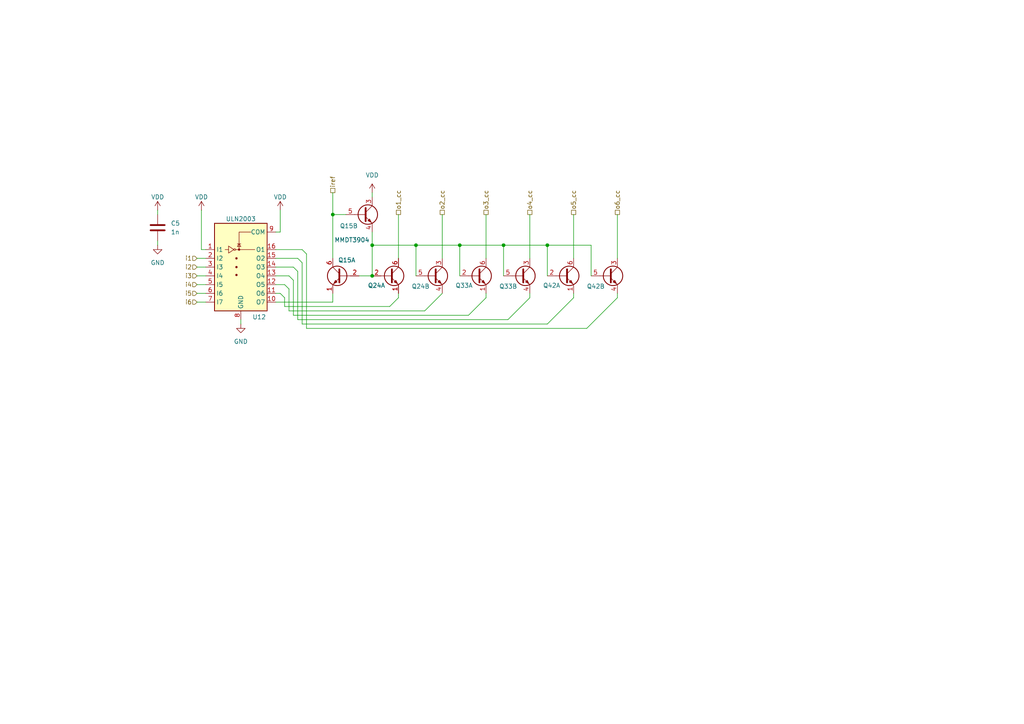
<source format=kicad_sch>
(kicad_sch (version 20231120) (generator "eeschema") (generator_version "8.0")
  (paper "A4")
  (title_block (title "Tiny Tapeout Digital Clock") (comment 1 "Author: Sam Ellicott"))
  (lib_symbols
    (symbol "Device:C" (pin_numbers hide) (pin_names (offset 0.254))
      (property "Reference" "C" (at 0.635 2.54 0))
      (property "Value" "C" (at 0.635 -2.54 0))
      (symbol "C_0_1"
        (polyline (pts (xy -2.032 -0.762) (xy 2.032 -0.762)) (stroke (width 0.508)))
        (polyline (pts (xy -2.032 0.762) (xy 2.032 0.762)) (stroke (width 0.508)))
      )
      (symbol "C_1_1"
        (pin passive line (at 0 3.81 270) (length 2.794) (name "~") (number "1"))
        (pin passive line (at 0 -3.81 90) (length 2.794) (name "~") (number "2"))
      )
    )
    (symbol "Transistor_Array:ULN2003"
      (property "Reference" "U" (at 0 15.875 0))
      (property "Value" "ULN2003" (at 0 13.97 0))
      (symbol "ULN2003_0_1"
        (rectangle (start -7.62 -12.7) (end 7.62 12.7) (stroke (width 0.254)) (fill (type background)))
        (circle (center -1.778 5.08) (radius 0.254))
        (circle (center -1.27 -2.286) (radius 0.254) (fill (type outline)))
        (circle (center -1.27 0) (radius 0.254) (fill (type outline)))
        (circle (center -1.27 2.54) (radius 0.254) (fill (type outline)))
        (circle (center -0.508 5.08) (radius 0.254) (fill (type outline)))
        (polyline (pts (xy -4.572 5.08) (xy -3.556 5.08)))
        (polyline (pts (xy -1.524 5.08) (xy 4.064 5.08)))
        (polyline (pts (xy 0 6.731) (xy -1.016 6.731)))
        (polyline (pts (xy -0.508 5.08) (xy -0.508 10.16) (xy 2.921 10.16)))
        (polyline (pts (xy -3.556 6.096) (xy -3.556 4.064) (xy -2.032 5.08) (xy -3.556 6.096)))
        (polyline (pts (xy 0 5.969) (xy -1.016 5.969) (xy -0.508 6.731) (xy 0 5.969)))
      )
      (symbol "ULN2003_1_1"
        (pin input line (at -10.16 5.08 0) (length 2.54) (name "I1") (number "1"))
        (pin open_collector line (at 10.16 -10.16 180) (length 2.54) (name "O7") (number "10"))
        (pin open_collector line (at 10.16 -7.62 180) (length 2.54) (name "O6") (number "11"))
        (pin open_collector line (at 10.16 -5.08 180) (length 2.54) (name "O5") (number "12"))
        (pin open_collector line (at 10.16 -2.54 180) (length 2.54) (name "O4") (number "13"))
        (pin open_collector line (at 10.16 0 180) (length 2.54) (name "O3") (number "14"))
        (pin open_collector line (at 10.16 2.54 180) (length 2.54) (name "O2") (number "15"))
        (pin open_collector line (at 10.16 5.08 180) (length 2.54) (name "O1") (number "16"))
        (pin input line (at -10.16 2.54 0) (length 2.54) (name "I2") (number "2"))
        (pin input line (at -10.16 0 0) (length 2.54) (name "I3") (number "3"))
        (pin input line (at -10.16 -2.54 0) (length 2.54) (name "I4") (number "4"))
        (pin input line (at -10.16 -5.08 0) (length 2.54) (name "I5") (number "5"))
        (pin input line (at -10.16 -7.62 0) (length 2.54) (name "I6") (number "6"))
        (pin input line (at -10.16 -10.16 0) (length 2.54) (name "I7") (number "7"))
        (pin power_in line (at 0 -15.24 90) (length 2.54) (name "GND") (number "8"))
        (pin passive line (at 10.16 10.16 180) (length 2.54) (name "COM") (number "9"))
      )
    )
    (symbol "Transistor_BJT:MMDT3904" (pin_names (offset 0) hide)
      (property "Reference" "Q" (at 5.08 1.27 0))
      (property "Value" "MMDT3904" (at 5.08 -1.27 0))
      (symbol "MMDT3904_0_1"
        (polyline (pts (xy 0.635 0) (xy -2.54 0)))
        (polyline (pts (xy 0.635 0.635) (xy 2.54 2.54)))
        (polyline (pts (xy 0.635 -0.635) (xy 2.54 -2.54) (xy 2.54 -2.54)))
        (polyline (pts (xy 0.635 1.905) (xy 0.635 -1.905) (xy 0.635 -1.905)) (stroke (width 0.508)))
        (polyline (pts (xy 1.27 -1.778) (xy 1.778 -1.27) (xy 2.286 -2.286) (xy 1.27 -1.778) (xy 1.27 -1.778)) (fill (type outline)))
        (circle (center 1.27 0) (radius 2.8194) (stroke (width 0.254)))
      )
      (symbol "MMDT3904_1_1"
        (pin passive line (at 2.54 -5.08 90) (length 2.54) (name "E1") (number "1"))
        (pin input line (at -5.08 0 0) (length 2.54) (name "B1") (number "2"))
        (pin passive line (at 2.54 5.08 270) (length 2.54) (name "C1") (number "6"))
      )
      (symbol "MMDT3904_2_1"
        (pin passive line (at 2.54 5.08 270) (length 2.54) (name "C2") (number "3"))
        (pin passive line (at 2.54 -5.08 90) (length 2.54) (name "E2") (number "4"))
        (pin input line (at -5.08 0 0) (length 2.54) (name "B2") (number "5"))
      )
    )
    (symbol "power:GND" (power) (pin_numbers hide) (pin_names (offset 0) hide)
      (property "Value" "GND" (at 0 -3.81 0))
      (symbol "GND_0_1"
        (polyline (pts (xy 0 0) (xy 0 -1.27) (xy 1.27 -1.27) (xy 0 -2.54) (xy -1.27 -1.27) (xy 0 -1.27)))
      )
      (symbol "GND_1_1"
        (pin power_in line (at 0 0 270) (length 0) (name "~") (number "1"))
      )
    )
    (symbol "power:VDD" (power) (pin_numbers hide) (pin_names (offset 0) hide)
      (property "Value" "VDD" (at 0 3.556 0))
      (symbol "VDD_0_1"
        (polyline (pts (xy -0.762 1.27) (xy 0 2.54)))
        (polyline (pts (xy 0 0) (xy 0 2.54)))
        (polyline (pts (xy 0 2.54) (xy 0.762 1.27)))
      )
      (symbol "VDD_1_1"
        (pin power_in line (at 0 0 90) (length 0) (name "~") (number "1"))
      )
    )
  )
  (junction (at 120.65 71.12))
  (junction (at 146.05 71.12))
  (junction (at 133.35 71.12))
  (junction (at 107.95 71.12))
  (junction (at 107.95 80.01))
  (junction (at 96.52 62.23))
  (junction (at 158.75 71.12))
  (wire (pts (xy 120.65 71.12) (xy 120.65 80.01)))
  (wire (pts (xy 81.28 85.09) (xy 82.55 86.36)))
  (wire (pts (xy 128.27 62.23) (xy 128.27 74.93)))
  (wire (pts (xy 69.85 92.71) (xy 69.85 93.98)))
  (wire (pts (xy 57.15 87.63) (xy 59.69 87.63)))
  (wire (pts (xy 87.63 93.98) (xy 158.75 93.98)))
  (wire (pts (xy 107.95 71.12) (xy 120.65 71.12)))
  (wire (pts (xy 115.57 62.23) (xy 115.57 74.93)))
  (wire (pts (xy 80.01 72.39) (xy 87.63 72.39)))
  (wire (pts (xy 80.01 85.09) (xy 81.28 85.09)))
  (wire (pts (xy 80.01 67.31) (xy 81.28 67.31)))
  (wire (pts (xy 80.01 80.01) (xy 83.82 80.01)))
  (wire (pts (xy 140.97 86.36) (xy 135.89 91.44)))
  (wire (pts (xy 80.01 77.47) (xy 85.09 77.47)))
  (wire (pts (xy 57.15 74.93) (xy 59.69 74.93)))
  (wire (pts (xy 133.35 71.12) (xy 133.35 80.01)))
  (wire (pts (xy 179.07 86.36) (xy 170.18 95.25)))
  (wire (pts (xy 57.15 80.01) (xy 59.69 80.01)))
  (wire (pts (xy 107.95 80.01) (xy 107.95 71.12)))
  (wire (pts (xy 87.63 76.2) (xy 87.63 93.98)))
  (wire (pts (xy 96.52 55.88) (xy 96.52 62.23)))
  (wire (pts (xy 88.9 73.66) (xy 88.9 95.25)))
  (wire (pts (xy 146.05 71.12) (xy 158.75 71.12)))
  (wire (pts (xy 80.01 74.93) (xy 86.36 74.93)))
  (wire (pts (xy 179.07 85.09) (xy 179.07 86.36)))
  (wire (pts (xy 80.01 82.55) (xy 82.55 82.55)))
  (wire (pts (xy 115.57 85.09) (xy 115.57 86.36)))
  (wire (pts (xy 81.28 60.96) (xy 81.28 67.31)))
  (wire (pts (xy 82.55 86.36) (xy 82.55 88.9)))
  (wire (pts (xy 166.37 85.09) (xy 166.37 86.36)))
  (wire (pts (xy 153.67 85.09) (xy 153.67 86.36)))
  (wire (pts (xy 82.55 82.55) (xy 83.82 83.82)))
  (wire (pts (xy 107.95 71.12) (xy 107.95 67.31)))
  (wire (pts (xy 58.42 60.96) (xy 58.42 72.39)))
  (wire (pts (xy 86.36 74.93) (xy 87.63 76.2)))
  (wire (pts (xy 45.72 69.85) (xy 45.72 71.12)))
  (wire (pts (xy 104.14 80.01) (xy 107.95 80.01)))
  (wire (pts (xy 158.75 71.12) (xy 171.45 71.12)))
  (wire (pts (xy 85.09 77.47) (xy 86.36 78.74)))
  (wire (pts (xy 158.75 71.12) (xy 158.75 80.01)))
  (wire (pts (xy 83.82 83.82) (xy 83.82 90.17)))
  (wire (pts (xy 80.01 87.63) (xy 96.52 87.63)))
  (wire (pts (xy 57.15 85.09) (xy 59.69 85.09)))
  (wire (pts (xy 85.09 81.28) (xy 85.09 91.44)))
  (wire (pts (xy 82.55 88.9) (xy 113.03 88.9)))
  (wire (pts (xy 146.05 71.12) (xy 146.05 80.01)))
  (wire (pts (xy 83.82 80.01) (xy 85.09 81.28)))
  (wire (pts (xy 96.52 62.23) (xy 100.33 62.23)))
  (wire (pts (xy 88.9 95.25) (xy 170.18 95.25)))
  (wire (pts (xy 87.63 72.39) (xy 88.9 73.66)))
  (wire (pts (xy 86.36 92.71) (xy 147.32 92.71)))
  (wire (pts (xy 179.07 62.23) (xy 179.07 74.93)))
  (wire (pts (xy 96.52 85.09) (xy 96.52 87.63)))
  (wire (pts (xy 85.09 91.44) (xy 135.89 91.44)))
  (wire (pts (xy 153.67 86.36) (xy 147.32 92.71)))
  (wire (pts (xy 57.15 82.55) (xy 59.69 82.55)))
  (wire (pts (xy 133.35 71.12) (xy 146.05 71.12)))
  (wire (pts (xy 120.65 71.12) (xy 133.35 71.12)))
  (wire (pts (xy 166.37 86.36) (xy 158.75 93.98)))
  (wire (pts (xy 153.67 62.23) (xy 153.67 74.93)))
  (wire (pts (xy 128.27 85.09) (xy 123.19 90.17)))
  (wire (pts (xy 140.97 62.23) (xy 140.97 74.93)))
  (wire (pts (xy 115.57 86.36) (xy 113.03 88.9)))
  (wire (pts (xy 96.52 62.23) (xy 96.52 74.93)))
  (wire (pts (xy 58.42 72.39) (xy 59.69 72.39)))
  (wire (pts (xy 166.37 62.23) (xy 166.37 74.93)))
  (wire (pts (xy 140.97 85.09) (xy 140.97 86.36)))
  (wire (pts (xy 107.95 55.88) (xy 107.95 57.15)))
  (wire (pts (xy 45.72 60.96) (xy 45.72 62.23)))
  (wire (pts (xy 57.15 77.47) (xy 59.69 77.47)))
  (wire (pts (xy 171.45 71.12) (xy 171.45 80.01)))
  (wire (pts (xy 83.82 90.17) (xy 123.19 90.17)))
  (wire (pts (xy 86.36 78.74) (xy 86.36 92.71)))
  (hierarchical_label "o1_cc" (shape passive) (at 115.57 62.23 90))
  (hierarchical_label "iref" (shape passive) (at 96.52 55.88 90))
  (hierarchical_label "o4_cc" (shape passive) (at 153.67 62.23 90))
  (hierarchical_label "i4" (shape input) (at 57.15 82.55 180))
  (hierarchical_label "o3_cc" (shape passive) (at 140.97 62.23 90))
  (hierarchical_label "i3" (shape input) (at 57.15 80.01 180))
  (hierarchical_label "i6" (shape input) (at 57.15 87.63 180))
  (hierarchical_label "i2" (shape input) (at 57.15 77.47 180))
  (hierarchical_label "o6_cc" (shape passive) (at 179.07 62.23 90))
  (hierarchical_label "i5" (shape input) (at 57.15 85.09 180))
  (hierarchical_label "i1" (shape input) (at 57.15 74.93 180))
  (hierarchical_label "o5_cc" (shape passive) (at 166.37 62.23 90))
  (hierarchical_label "o2_cc" (shape passive) (at 128.27 62.23 90))
  (symbol (lib_id "Transistor_Array:ULN2003") (at 69.85 77.47 0) (unit 1)
    (property "Reference" "U8" (at 75.184 91.948 0))
    (property "Value" "ULN2003" (at 69.85 63.5 0))
    (property "Datasheet" "http://www.ti.com/lit/ds/symlink/uln2003a.pdf" (effects (hide yes)))
    (property "Description" "High Voltage, High Current Darlington Transistor Arrays, SOIC16/SOIC16W/DIP16/TSSOP16" (effects (hide yes)))
    (instances (project "tt5_led_clock" (path "" (reference "U12") (unit 1)) (path "" (reference "U9") (unit 1)) (path "" (reference "U11") (unit 1)) (path "" (reference "U8") (unit 1)) (path "" (reference "U14") (unit 1)) (path "" (reference "U13") (unit 1)) (path "" (reference "U10") (unit 1)) (path "" (reference "U15") (unit 1))))
  )
  (symbol (lib_id "power:GND") (at 45.72 71.12 0) (mirror y) (unit 1)
    (property "Reference" "#PWR061" (effects (hide yes)))
    (property "Value" "GND" (at 45.72 76.2 0))
    (property "Description" "Power symbol creates a global label with name \"GND\" , ground" (effects (hide yes)))
    (instances (project "tt5_led_clock" (path "" (reference "#PWR065") (unit 1)) (path "" (reference "#PWR062") (unit 1)) (path "" (reference "#PWR064") (unit 1)) (path "" (reference "#PWR061") (unit 1)) (path "" (reference "#PWR067") (unit 1)) (path "" (reference "#PWR066") (unit 1)) (path "" (reference "#PWR063") (unit 1)) (path "" (reference "#PWR068") (unit 1))))
  )
  (symbol (lib_id "Device:C") (at 45.72 66.04 0) (unit 1)
    (property "Reference" "C2" (at 49.53 64.7699 0) (effects (justify left)))
    (property "Value" "1n" (at 49.53 67.3099 0) (effects (justify left)))
    (property "Description" "Unpolarized capacitor" (effects (hide yes)))
    (instances (project "tt5_led_clock" (path "" (reference "C5") (unit 1)) (path "" (reference "C2") (unit 1)) (path "" (reference "C4") (unit 1)) (path "" (reference "C7") (unit 1)) (path "" (reference "C6") (unit 1)) (path "" (reference "C3") (unit 1)) (path "" (reference "C8") (unit 1))))
  )
  (symbol (lib_id "Transistor_BJT:MMDT3904") (at 138.43 80.01 0) (unit 1)
    (property "Reference" "Q29" (at 132.08 82.804 0) (effects (justify left)))
    (property "Value" "MMDT3904" (effects (hide yes)))
    (property "Footprint" "Package_TO_SOT_SMD:SOT-363_SC-70-6" (effects (hide yes)))
    (property "Datasheet" "http://www.diodes.com/_files/datasheets/ds30088.pdf" (effects (hide yes)))
    (property "Description" "200mA IC, 40V Vce, Dual NPN/NPN Transistors, SOT-363" (effects (hide yes)))
    (instances (project "tt5_led_clock" (path "" (reference "Q33") (unit 1)) (path "" (reference "Q30") (unit 1)) (path "" (reference "Q32") (unit 1)) (path "" (reference "Q29") (unit 1)) (path "" (reference "Q35") (unit 1)) (path "" (reference "Q34") (unit 1)) (path "" (reference "Q31") (unit 1)) (path "" (reference "Q36") (unit 1))))
  )
  (symbol (lib_id "Transistor_BJT:MMDT3904") (at 105.41 62.23 0) (unit 2)
    (property "Reference" "Q19" (at 98.552 65.532 0) (effects (justify left)))
    (property "Value" "MMDT3904" (effects (hide yes)))
    (property "Footprint" "Package_TO_SOT_SMD:SOT-363_SC-70-6" (effects (hide yes)))
    (property "Datasheet" "http://www.diodes.com/_files/datasheets/ds30088.pdf" (effects (hide yes)))
    (property "Description" "200mA IC, 40V Vce, Dual NPN/NPN Transistors, SOT-363" (effects (hide yes)))
    (instances (project "" (path "" (reference "Q15") (unit 2)) (path "" (reference "Q12") (unit 2)) (path "" (reference "Q14") (unit 2)) (path "" (reference "Q19") (unit 2)) (path "" (reference "Q11") (unit 2)) (path "" (reference "Q17") (unit 2)) (path "" (reference "Q16") (unit 2)) (path "" (reference "Q13") (unit 2)) (path "" (reference "Q18") (unit 2))))
  )
  (symbol (lib_id "Transistor_BJT:MMDT3904") (at 113.03 80.01 0) (unit 1)
    (property "Reference" "Q20" (at 106.68 82.804 0) (effects (justify left)))
    (property "Value" "MMDT3904" (effects (hide yes)))
    (property "Footprint" "Package_TO_SOT_SMD:SOT-363_SC-70-6" (effects (hide yes)))
    (property "Datasheet" "http://www.diodes.com/_files/datasheets/ds30088.pdf" (effects (hide yes)))
    (property "Description" "200mA IC, 40V Vce, Dual NPN/NPN Transistors, SOT-363" (effects (hide yes)))
    (instances (project "tt5_led_clock" (path "" (reference "Q24") (unit 1)) (path "" (reference "Q21") (unit 1)) (path "" (reference "Q23") (unit 1)) (path "" (reference "Q20") (unit 1)) (path "" (reference "Q26") (unit 1)) (path "" (reference "Q25") (unit 1)) (path "" (reference "Q22") (unit 1)) (path "" (reference "Q27") (unit 1))))
  )
  (symbol (lib_id "Transistor_BJT:MMDT3904") (at 163.83 80.01 0) (unit 1)
    (property "Reference" "Q38" (at 157.48 82.804 0) (effects (justify left)))
    (property "Value" "MMDT3904" (effects (hide yes)))
    (property "Footprint" "Package_TO_SOT_SMD:SOT-363_SC-70-6" (effects (hide yes)))
    (property "Datasheet" "http://www.diodes.com/_files/datasheets/ds30088.pdf" (effects (hide yes)))
    (property "Description" "200mA IC, 40V Vce, Dual NPN/NPN Transistors, SOT-363" (effects (hide yes)))
    (instances (project "tt5_led_clock" (path "" (reference "Q42") (unit 1)) (path "" (reference "Q39") (unit 1)) (path "" (reference "Q41") (unit 1)) (path "" (reference "Q38") (unit 1)) (path "" (reference "Q44") (unit 1)) (path "" (reference "Q43") (unit 1)) (path "" (reference "Q40") (unit 1)) (path "" (reference "Q45") (unit 1))))
  )
  (symbol (lib_id "power:VDD") (at 45.72 60.96 0) (unit 1)
    (property "Reference" "#PWR052" (effects (hide yes)))
    (property "Value" "VDD" (at 45.72 57.15 0))
    (property "Description" "Power symbol creates a global label with name \"VDD\"" (effects (hide yes)))
    (instances (project "tt5_led_clock" (path "" (reference "#PWR056") (unit 1)) (path "" (reference "#PWR053") (unit 1)) (path "" (reference "#PWR055") (unit 1)) (path "" (reference "#PWR052") (unit 1)) (path "" (reference "#PWR058") (unit 1)) (path "" (reference "#PWR057") (unit 1)) (path "" (reference "#PWR054") (unit 1)) (path "" (reference "#PWR059") (unit 1))))
  )
  (symbol (lib_id "Transistor_BJT:MMDT3904") (at 125.73 80.01 0) (unit 2)
    (property "Reference" "Q20" (at 119.38 83.058 0) (effects (justify left)))
    (property "Value" "MMDT3904" (effects (hide yes)))
    (property "Footprint" "Package_TO_SOT_SMD:SOT-363_SC-70-6" (effects (hide yes)))
    (property "Datasheet" "http://www.diodes.com/_files/datasheets/ds30088.pdf" (effects (hide yes)))
    (property "Description" "200mA IC, 40V Vce, Dual NPN/NPN Transistors, SOT-363" (effects (hide yes)))
    (instances (project "tt5_led_clock" (path "" (reference "Q24") (unit 2)) (path "" (reference "Q21") (unit 2)) (path "" (reference "Q23") (unit 2)) (path "" (reference "Q20") (unit 2)) (path "" (reference "Q26") (unit 2)) (path "" (reference "Q25") (unit 2)) (path "" (reference "Q22") (unit 2)) (path "" (reference "Q27") (unit 2))))
  )
  (symbol (lib_id "power:GND") (at 69.85 93.98 0) (mirror y) (unit 1)
    (property "Reference" "#PWR017" (effects (hide yes)))
    (property "Value" "GND" (at 69.85 99.06 0))
    (property "Description" "Power symbol creates a global label with name \"GND\" , ground" (effects (hide yes)))
    (instances (project "tt5_led_clock" (path "" (reference "#PWR033") (unit 1)) (path "" (reference "#PWR021") (unit 1)) (path "" (reference "#PWR029") (unit 1)) (path "" (reference "#PWR017") (unit 1)) (path "" (reference "#PWR041") (unit 1)) (path "" (reference "#PWR037") (unit 1)) (path "" (reference "#PWR025") (unit 1)) (path "" (reference "#PWR045") (unit 1))))
  )
  (symbol (lib_id "Transistor_BJT:MMDT3904") (at 176.53 80.01 0) (unit 2)
    (property "Reference" "Q38" (at 170.18 83.058 0) (effects (justify left)))
    (property "Value" "MMDT3904" (effects (hide yes)))
    (property "Footprint" "Package_TO_SOT_SMD:SOT-363_SC-70-6" (effects (hide yes)))
    (property "Datasheet" "http://www.diodes.com/_files/datasheets/ds30088.pdf" (effects (hide yes)))
    (property "Description" "200mA IC, 40V Vce, Dual NPN/NPN Transistors, SOT-363" (effects (hide yes)))
    (instances (project "tt5_led_clock" (path "" (reference "Q42") (unit 2)) (path "" (reference "Q39") (unit 2)) (path "" (reference "Q41") (unit 2)) (path "" (reference "Q38") (unit 2)) (path "" (reference "Q44") (unit 2)) (path "" (reference "Q43") (unit 2)) (path "" (reference "Q40") (unit 2)) (path "" (reference "Q45") (unit 2))))
  )
  (symbol (lib_id "power:VDD") (at 58.42 60.96 0) (unit 1)
    (property "Reference" "#PWR016" (effects (hide yes)))
    (property "Value" "VDD" (at 58.42 57.15 0))
    (property "Description" "Power symbol creates a global label with name \"VDD\"" (effects (hide yes)))
    (instances (project "tt5_led_clock" (path "" (reference "#PWR032") (unit 1)) (path "" (reference "#PWR020") (unit 1)) (path "" (reference "#PWR028") (unit 1)) (path "" (reference "#PWR016") (unit 1)) (path "" (reference "#PWR040") (unit 1)) (path "" (reference "#PWR036") (unit 1)) (path "" (reference "#PWR024") (unit 1)) (path "" (reference "#PWR044") (unit 1))))
  )
  (symbol (lib_id "Transistor_BJT:MMDT3904") (at 99.06 80.01 0) (mirror y) (unit 1)
    (property "Reference" "Q19" (at 103.124 75.438 0) (effects (justify left)))
    (property "Value" "MMDT3904" (at 107.188 69.596 0) (effects (justify left)))
    (property "Footprint" "Package_TO_SOT_SMD:SOT-363_SC-70-6" (effects (hide yes)))
    (property "Datasheet" "http://www.diodes.com/_files/datasheets/ds30088.pdf" (effects (hide yes)))
    (property "Description" "200mA IC, 40V Vce, Dual NPN/NPN Transistors, SOT-363" (effects (hide yes)))
    (instances (project "" (path "" (reference "Q15") (unit 1)) (path "" (reference "Q12") (unit 1)) (path "" (reference "Q14") (unit 1)) (path "" (reference "Q19") (unit 1)) (path "" (reference "Q11") (unit 1)) (path "" (reference "Q17") (unit 1)) (path "" (reference "Q16") (unit 1)) (path "" (reference "Q13") (unit 1)) (path "" (reference "Q18") (unit 1))))
  )
  (symbol (lib_id "power:VDD") (at 81.28 60.96 0) (unit 1)
    (property "Reference" "#PWR019" (effects (hide yes)))
    (property "Value" "VDD" (at 81.28 57.15 0))
    (property "Description" "Power symbol creates a global label with name \"VDD\"" (effects (hide yes)))
    (instances (project "tt5_led_clock" (path "" (reference "#PWR035") (unit 1)) (path "" (reference "#PWR023") (unit 1)) (path "" (reference "#PWR031") (unit 1)) (path "" (reference "#PWR019") (unit 1)) (path "" (reference "#PWR043") (unit 1)) (path "" (reference "#PWR039") (unit 1)) (path "" (reference "#PWR027") (unit 1)) (path "" (reference "#PWR047") (unit 1))))
  )
  (symbol (lib_id "Transistor_BJT:MMDT3904") (at 151.13 80.01 0) (unit 2)
    (property "Reference" "Q29" (at 144.78 83.058 0) (effects (justify left)))
    (property "Value" "MMDT3904" (effects (hide yes)))
    (property "Footprint" "Package_TO_SOT_SMD:SOT-363_SC-70-6" (effects (hide yes)))
    (property "Datasheet" "http://www.diodes.com/_files/datasheets/ds30088.pdf" (effects (hide yes)))
    (property "Description" "200mA IC, 40V Vce, Dual NPN/NPN Transistors, SOT-363" (effects (hide yes)))
    (instances (project "tt5_led_clock" (path "" (reference "Q33") (unit 2)) (path "" (reference "Q30") (unit 2)) (path "" (reference "Q32") (unit 2)) (path "" (reference "Q29") (unit 2)) (path "" (reference "Q35") (unit 2)) (path "" (reference "Q34") (unit 2)) (path "" (reference "Q31") (unit 2)) (path "" (reference "Q36") (unit 2))))
  )
  (symbol (lib_id "power:VDD") (at 107.95 55.88 0) (unit 1)
    (property "Reference" "#PWR018" (effects (hide yes)))
    (property "Value" "VDD" (at 107.95 50.8 0))
    (property "Description" "Power symbol creates a global label with name \"VDD\"" (effects (hide yes)))
    (instances (project "tt5_led_clock" (path "" (reference "#PWR034") (unit 1)) (path "" (reference "#PWR022") (unit 1)) (path "" (reference "#PWR030") (unit 1)) (path "" (reference "#PWR018") (unit 1)) (path "" (reference "#PWR042") (unit 1)) (path "" (reference "#PWR038") (unit 1)) (path "" (reference "#PWR026") (unit 1)) (path "" (reference "#PWR046") (unit 1))))
  )
)
</source>
